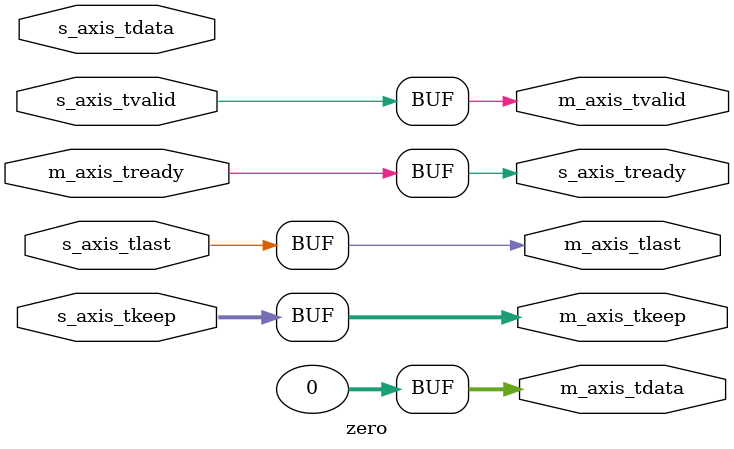
<source format=v>
`timescale 1ns / 1ps


module zero(
    //slave input signals from DMA master
    input [31:0] s_axis_tdata,
    input [3:0] s_axis_tkeep,
    input       s_axis_tlast,
    output       s_axis_tready,
    input       s_axis_tvalid,
    
    //master output signals to DMA slave
    output [31:0] m_axis_tdata,
    output [3:0] m_axis_tkeep,
    output       m_axis_tlast,
    input       m_axis_tready,
    output       m_axis_tvalid
    );
    
    assign m_axis_tdata = 32'h0;
    assign m_axis_tkeep = s_axis_tkeep;
    assign m_axis_tlast = s_axis_tlast;
    assign m_axis_tvalid = s_axis_tvalid;
    assign m_axis_tready = s_axis_tready;
    
    
    
endmodule

</source>
